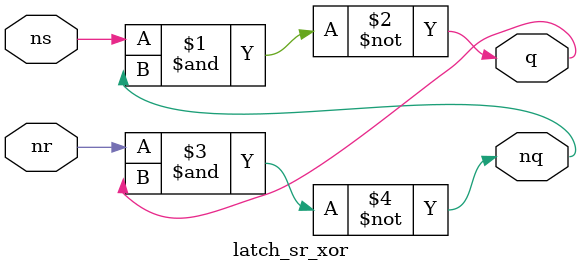
<source format=sv>
module latch_sr_xor(
    input logic ns, nr,
    output logic q, nq
);

    nand g1(q, ns, nq);
    nand g2(nq, nr, q);
endmodule
</source>
